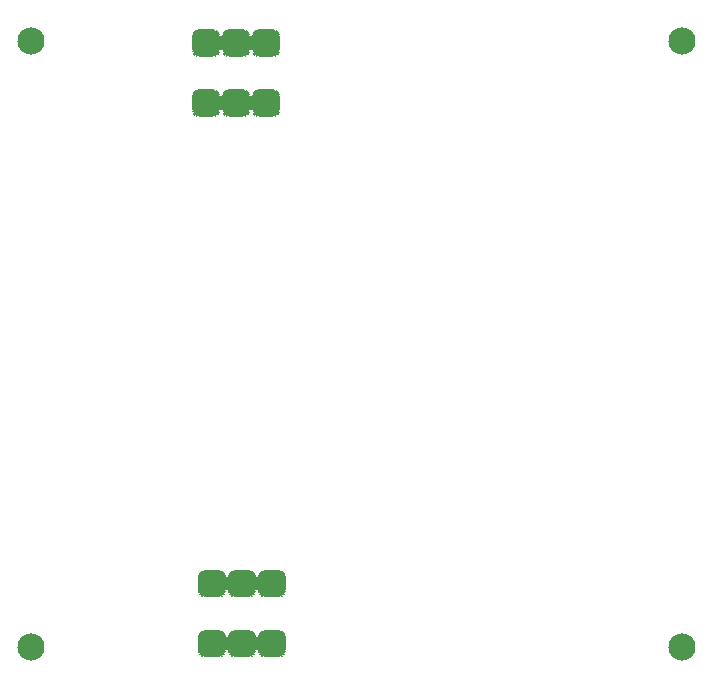
<source format=gbr>
G04 #@! TF.GenerationSoftware,KiCad,Pcbnew,(5.1.10-1-10_14)*
G04 #@! TF.CreationDate,2021-09-30T23:38:58-04:00*
G04 #@! TF.ProjectId,lv_bms_tester_board,6c765f62-6d73-45f7-9465-737465725f62,rev?*
G04 #@! TF.SameCoordinates,Original*
G04 #@! TF.FileFunction,Soldermask,Bot*
G04 #@! TF.FilePolarity,Negative*
%FSLAX46Y46*%
G04 Gerber Fmt 4.6, Leading zero omitted, Abs format (unit mm)*
G04 Created by KiCad (PCBNEW (5.1.10-1-10_14)) date 2021-09-30 23:38:58*
%MOMM*%
%LPD*%
G01*
G04 APERTURE LIST*
%ADD10C,2.302000*%
%ADD11C,0.100000*%
G04 APERTURE END LIST*
D10*
X101600000Y-80010000D03*
X101600000Y-131318000D03*
X156718000Y-131318000D03*
X156718000Y-80010000D03*
G36*
G01*
X115309000Y-85865500D02*
X115309000Y-84714500D01*
G75*
G02*
X115884500Y-84139000I575500J0D01*
G01*
X117035500Y-84139000D01*
G75*
G02*
X117611000Y-84714500I0J-575500D01*
G01*
X117611000Y-85865500D01*
G75*
G02*
X117035500Y-86441000I-575500J0D01*
G01*
X115884500Y-86441000D01*
G75*
G02*
X115309000Y-85865500I0J575500D01*
G01*
G37*
G36*
G01*
X117849000Y-85865500D02*
X117849000Y-84714500D01*
G75*
G02*
X118424500Y-84139000I575500J0D01*
G01*
X119575500Y-84139000D01*
G75*
G02*
X120151000Y-84714500I0J-575500D01*
G01*
X120151000Y-85865500D01*
G75*
G02*
X119575500Y-86441000I-575500J0D01*
G01*
X118424500Y-86441000D01*
G75*
G02*
X117849000Y-85865500I0J575500D01*
G01*
G37*
G36*
G01*
X120389000Y-85865500D02*
X120389000Y-84714500D01*
G75*
G02*
X120964500Y-84139000I575500J0D01*
G01*
X122115500Y-84139000D01*
G75*
G02*
X122691000Y-84714500I0J-575500D01*
G01*
X122691000Y-85865500D01*
G75*
G02*
X122115500Y-86441000I-575500J0D01*
G01*
X120964500Y-86441000D01*
G75*
G02*
X120389000Y-85865500I0J575500D01*
G01*
G37*
G36*
G01*
X120389000Y-80785500D02*
X120389000Y-79634500D01*
G75*
G02*
X120964500Y-79059000I575500J0D01*
G01*
X122115500Y-79059000D01*
G75*
G02*
X122691000Y-79634500I0J-575500D01*
G01*
X122691000Y-80785500D01*
G75*
G02*
X122115500Y-81361000I-575500J0D01*
G01*
X120964500Y-81361000D01*
G75*
G02*
X120389000Y-80785500I0J575500D01*
G01*
G37*
G36*
G01*
X117849000Y-80785500D02*
X117849000Y-79634500D01*
G75*
G02*
X118424500Y-79059000I575500J0D01*
G01*
X119575500Y-79059000D01*
G75*
G02*
X120151000Y-79634500I0J-575500D01*
G01*
X120151000Y-80785500D01*
G75*
G02*
X119575500Y-81361000I-575500J0D01*
G01*
X118424500Y-81361000D01*
G75*
G02*
X117849000Y-80785500I0J575500D01*
G01*
G37*
G36*
G01*
X115309000Y-80785500D02*
X115309000Y-79634500D01*
G75*
G02*
X115884500Y-79059000I575500J0D01*
G01*
X117035500Y-79059000D01*
G75*
G02*
X117611000Y-79634500I0J-575500D01*
G01*
X117611000Y-80785500D01*
G75*
G02*
X117035500Y-81361000I-575500J0D01*
G01*
X115884500Y-81361000D01*
G75*
G02*
X115309000Y-80785500I0J575500D01*
G01*
G37*
G36*
G01*
X115809000Y-131615500D02*
X115809000Y-130464500D01*
G75*
G02*
X116384500Y-129889000I575500J0D01*
G01*
X117535500Y-129889000D01*
G75*
G02*
X118111000Y-130464500I0J-575500D01*
G01*
X118111000Y-131615500D01*
G75*
G02*
X117535500Y-132191000I-575500J0D01*
G01*
X116384500Y-132191000D01*
G75*
G02*
X115809000Y-131615500I0J575500D01*
G01*
G37*
G36*
G01*
X118349000Y-131615500D02*
X118349000Y-130464500D01*
G75*
G02*
X118924500Y-129889000I575500J0D01*
G01*
X120075500Y-129889000D01*
G75*
G02*
X120651000Y-130464500I0J-575500D01*
G01*
X120651000Y-131615500D01*
G75*
G02*
X120075500Y-132191000I-575500J0D01*
G01*
X118924500Y-132191000D01*
G75*
G02*
X118349000Y-131615500I0J575500D01*
G01*
G37*
G36*
G01*
X120889000Y-131615500D02*
X120889000Y-130464500D01*
G75*
G02*
X121464500Y-129889000I575500J0D01*
G01*
X122615500Y-129889000D01*
G75*
G02*
X123191000Y-130464500I0J-575500D01*
G01*
X123191000Y-131615500D01*
G75*
G02*
X122615500Y-132191000I-575500J0D01*
G01*
X121464500Y-132191000D01*
G75*
G02*
X120889000Y-131615500I0J575500D01*
G01*
G37*
G36*
G01*
X120889000Y-126535500D02*
X120889000Y-125384500D01*
G75*
G02*
X121464500Y-124809000I575500J0D01*
G01*
X122615500Y-124809000D01*
G75*
G02*
X123191000Y-125384500I0J-575500D01*
G01*
X123191000Y-126535500D01*
G75*
G02*
X122615500Y-127111000I-575500J0D01*
G01*
X121464500Y-127111000D01*
G75*
G02*
X120889000Y-126535500I0J575500D01*
G01*
G37*
G36*
G01*
X118349000Y-126535500D02*
X118349000Y-125384500D01*
G75*
G02*
X118924500Y-124809000I575500J0D01*
G01*
X120075500Y-124809000D01*
G75*
G02*
X120651000Y-125384500I0J-575500D01*
G01*
X120651000Y-126535500D01*
G75*
G02*
X120075500Y-127111000I-575500J0D01*
G01*
X118924500Y-127111000D01*
G75*
G02*
X118349000Y-126535500I0J575500D01*
G01*
G37*
G36*
G01*
X115809000Y-126535500D02*
X115809000Y-125384500D01*
G75*
G02*
X116384500Y-124809000I575500J0D01*
G01*
X117535500Y-124809000D01*
G75*
G02*
X118111000Y-125384500I0J-575500D01*
G01*
X118111000Y-126535500D01*
G75*
G02*
X117535500Y-127111000I-575500J0D01*
G01*
X116384500Y-127111000D01*
G75*
G02*
X115809000Y-126535500I0J575500D01*
G01*
G37*
D11*
G36*
X117592056Y-129887010D02*
G01*
X117698157Y-129897460D01*
X117698542Y-129897536D01*
X117794669Y-129926696D01*
X117795031Y-129926846D01*
X117883613Y-129974194D01*
X117883939Y-129974412D01*
X117961587Y-130038136D01*
X117961864Y-130038413D01*
X118025588Y-130116061D01*
X118025806Y-130116387D01*
X118073154Y-130204969D01*
X118073304Y-130205331D01*
X118102464Y-130301458D01*
X118102540Y-130301843D01*
X118107583Y-130353042D01*
X118112307Y-130376794D01*
X118121534Y-130399068D01*
X118134929Y-130419116D01*
X118151976Y-130436163D01*
X118172023Y-130449557D01*
X118194297Y-130458784D01*
X118217947Y-130463488D01*
X118242053Y-130463488D01*
X118265703Y-130458784D01*
X118287977Y-130449557D01*
X118308025Y-130436162D01*
X118325072Y-130419115D01*
X118338466Y-130399068D01*
X118347693Y-130376794D01*
X118352417Y-130353042D01*
X118357460Y-130301843D01*
X118357536Y-130301458D01*
X118386696Y-130205331D01*
X118386846Y-130204969D01*
X118434194Y-130116387D01*
X118434412Y-130116061D01*
X118498136Y-130038413D01*
X118498413Y-130038136D01*
X118576061Y-129974412D01*
X118576387Y-129974194D01*
X118664969Y-129926846D01*
X118665331Y-129926696D01*
X118761458Y-129897536D01*
X118761843Y-129897460D01*
X118867944Y-129887010D01*
X118868140Y-129887000D01*
X118924500Y-129887000D01*
X118926232Y-129888000D01*
X118926232Y-129890000D01*
X118924696Y-129890990D01*
X118812621Y-129902028D01*
X118705035Y-129934664D01*
X118605885Y-129987660D01*
X118518981Y-130058981D01*
X118447660Y-130145885D01*
X118394664Y-130245035D01*
X118362028Y-130352621D01*
X118351000Y-130464594D01*
X118351000Y-131615406D01*
X118362028Y-131727379D01*
X118394664Y-131834965D01*
X118447660Y-131934115D01*
X118518981Y-132021019D01*
X118605885Y-132092340D01*
X118705035Y-132145336D01*
X118812621Y-132177972D01*
X118924696Y-132189010D01*
X118926322Y-132190175D01*
X118926126Y-132192165D01*
X118924500Y-132193000D01*
X118868140Y-132193000D01*
X118867944Y-132192990D01*
X118761843Y-132182540D01*
X118761458Y-132182464D01*
X118665331Y-132153304D01*
X118664969Y-132153154D01*
X118576387Y-132105806D01*
X118576061Y-132105588D01*
X118498413Y-132041864D01*
X118498136Y-132041587D01*
X118434412Y-131963939D01*
X118434194Y-131963613D01*
X118386846Y-131875031D01*
X118386696Y-131874669D01*
X118357536Y-131778542D01*
X118357460Y-131778157D01*
X118352417Y-131726958D01*
X118347693Y-131703206D01*
X118338466Y-131680932D01*
X118325071Y-131660884D01*
X118308024Y-131643837D01*
X118287977Y-131630443D01*
X118265703Y-131621216D01*
X118242053Y-131616512D01*
X118217947Y-131616512D01*
X118194297Y-131621216D01*
X118172023Y-131630443D01*
X118151975Y-131643838D01*
X118134928Y-131660885D01*
X118121534Y-131680932D01*
X118112307Y-131703206D01*
X118107583Y-131726958D01*
X118102540Y-131778157D01*
X118102464Y-131778542D01*
X118073304Y-131874669D01*
X118073154Y-131875031D01*
X118025806Y-131963613D01*
X118025588Y-131963939D01*
X117961864Y-132041587D01*
X117961587Y-132041864D01*
X117883939Y-132105588D01*
X117883613Y-132105806D01*
X117795031Y-132153154D01*
X117794669Y-132153304D01*
X117698542Y-132182464D01*
X117698157Y-132182540D01*
X117592056Y-132192990D01*
X117591860Y-132193000D01*
X117535500Y-132193000D01*
X117533768Y-132192000D01*
X117533768Y-132190000D01*
X117535304Y-132189010D01*
X117647379Y-132177972D01*
X117754965Y-132145336D01*
X117854115Y-132092340D01*
X117941019Y-132021019D01*
X118012340Y-131934115D01*
X118065336Y-131834965D01*
X118097972Y-131727379D01*
X118109000Y-131615406D01*
X118109000Y-130464594D01*
X118097972Y-130352621D01*
X118065336Y-130245035D01*
X118012340Y-130145885D01*
X117941019Y-130058981D01*
X117854115Y-129987660D01*
X117754965Y-129934664D01*
X117647379Y-129902028D01*
X117535304Y-129890990D01*
X117533678Y-129889825D01*
X117533874Y-129887835D01*
X117535500Y-129887000D01*
X117591860Y-129887000D01*
X117592056Y-129887010D01*
G37*
G36*
X120132056Y-129887010D02*
G01*
X120238157Y-129897460D01*
X120238542Y-129897536D01*
X120334669Y-129926696D01*
X120335031Y-129926846D01*
X120423613Y-129974194D01*
X120423939Y-129974412D01*
X120501587Y-130038136D01*
X120501864Y-130038413D01*
X120565588Y-130116061D01*
X120565806Y-130116387D01*
X120613154Y-130204969D01*
X120613304Y-130205331D01*
X120642464Y-130301458D01*
X120642540Y-130301843D01*
X120647583Y-130353042D01*
X120652307Y-130376794D01*
X120661534Y-130399068D01*
X120674929Y-130419116D01*
X120691976Y-130436163D01*
X120712023Y-130449557D01*
X120734297Y-130458784D01*
X120757947Y-130463488D01*
X120782053Y-130463488D01*
X120805703Y-130458784D01*
X120827977Y-130449557D01*
X120848025Y-130436162D01*
X120865072Y-130419115D01*
X120878466Y-130399068D01*
X120887693Y-130376794D01*
X120892417Y-130353042D01*
X120897460Y-130301843D01*
X120897536Y-130301458D01*
X120926696Y-130205331D01*
X120926846Y-130204969D01*
X120974194Y-130116387D01*
X120974412Y-130116061D01*
X121038136Y-130038413D01*
X121038413Y-130038136D01*
X121116061Y-129974412D01*
X121116387Y-129974194D01*
X121204969Y-129926846D01*
X121205331Y-129926696D01*
X121301458Y-129897536D01*
X121301843Y-129897460D01*
X121407944Y-129887010D01*
X121408140Y-129887000D01*
X121464500Y-129887000D01*
X121466232Y-129888000D01*
X121466232Y-129890000D01*
X121464696Y-129890990D01*
X121352621Y-129902028D01*
X121245035Y-129934664D01*
X121145885Y-129987660D01*
X121058981Y-130058981D01*
X120987660Y-130145885D01*
X120934664Y-130245035D01*
X120902028Y-130352621D01*
X120891000Y-130464594D01*
X120891000Y-131615406D01*
X120902028Y-131727379D01*
X120934664Y-131834965D01*
X120987660Y-131934115D01*
X121058981Y-132021019D01*
X121145885Y-132092340D01*
X121245035Y-132145336D01*
X121352621Y-132177972D01*
X121464696Y-132189010D01*
X121466322Y-132190175D01*
X121466126Y-132192165D01*
X121464500Y-132193000D01*
X121408140Y-132193000D01*
X121407944Y-132192990D01*
X121301843Y-132182540D01*
X121301458Y-132182464D01*
X121205331Y-132153304D01*
X121204969Y-132153154D01*
X121116387Y-132105806D01*
X121116061Y-132105588D01*
X121038413Y-132041864D01*
X121038136Y-132041587D01*
X120974412Y-131963939D01*
X120974194Y-131963613D01*
X120926846Y-131875031D01*
X120926696Y-131874669D01*
X120897536Y-131778542D01*
X120897460Y-131778157D01*
X120892417Y-131726958D01*
X120887693Y-131703206D01*
X120878466Y-131680932D01*
X120865071Y-131660884D01*
X120848024Y-131643837D01*
X120827977Y-131630443D01*
X120805703Y-131621216D01*
X120782053Y-131616512D01*
X120757947Y-131616512D01*
X120734297Y-131621216D01*
X120712023Y-131630443D01*
X120691975Y-131643838D01*
X120674928Y-131660885D01*
X120661534Y-131680932D01*
X120652307Y-131703206D01*
X120647583Y-131726958D01*
X120642540Y-131778157D01*
X120642464Y-131778542D01*
X120613304Y-131874669D01*
X120613154Y-131875031D01*
X120565806Y-131963613D01*
X120565588Y-131963939D01*
X120501864Y-132041587D01*
X120501587Y-132041864D01*
X120423939Y-132105588D01*
X120423613Y-132105806D01*
X120335031Y-132153154D01*
X120334669Y-132153304D01*
X120238542Y-132182464D01*
X120238157Y-132182540D01*
X120132056Y-132192990D01*
X120131860Y-132193000D01*
X120075500Y-132193000D01*
X120073768Y-132192000D01*
X120073768Y-132190000D01*
X120075304Y-132189010D01*
X120187379Y-132177972D01*
X120294965Y-132145336D01*
X120394115Y-132092340D01*
X120481019Y-132021019D01*
X120552340Y-131934115D01*
X120605336Y-131834965D01*
X120637972Y-131727379D01*
X120649000Y-131615406D01*
X120649000Y-130464594D01*
X120637972Y-130352621D01*
X120605336Y-130245035D01*
X120552340Y-130145885D01*
X120481019Y-130058981D01*
X120394115Y-129987660D01*
X120294965Y-129934664D01*
X120187379Y-129902028D01*
X120075304Y-129890990D01*
X120073678Y-129889825D01*
X120073874Y-129887835D01*
X120075500Y-129887000D01*
X120131860Y-129887000D01*
X120132056Y-129887010D01*
G37*
G36*
X123192165Y-131613874D02*
G01*
X123193000Y-131615500D01*
X123193000Y-131671860D01*
X123192990Y-131672056D01*
X123182540Y-131778157D01*
X123182464Y-131778542D01*
X123153304Y-131874669D01*
X123153154Y-131875031D01*
X123105806Y-131963613D01*
X123105588Y-131963939D01*
X123041864Y-132041587D01*
X123041587Y-132041864D01*
X122963939Y-132105588D01*
X122963613Y-132105806D01*
X122875031Y-132153154D01*
X122874669Y-132153304D01*
X122778542Y-132182464D01*
X122778157Y-132182540D01*
X122672056Y-132192990D01*
X122671860Y-132193000D01*
X122615500Y-132193000D01*
X122613768Y-132192000D01*
X122613768Y-132190000D01*
X122615304Y-132189010D01*
X122727379Y-132177972D01*
X122834965Y-132145336D01*
X122934115Y-132092340D01*
X123021019Y-132021019D01*
X123092340Y-131934115D01*
X123145336Y-131834965D01*
X123177972Y-131727379D01*
X123189010Y-131615304D01*
X123190175Y-131613678D01*
X123192165Y-131613874D01*
G37*
G36*
X115810990Y-131615304D02*
G01*
X115822028Y-131727379D01*
X115854664Y-131834965D01*
X115907660Y-131934115D01*
X115978981Y-132021019D01*
X116065885Y-132092340D01*
X116165035Y-132145336D01*
X116272621Y-132177972D01*
X116384696Y-132189010D01*
X116386322Y-132190175D01*
X116386126Y-132192165D01*
X116384500Y-132193000D01*
X116328140Y-132193000D01*
X116327944Y-132192990D01*
X116221843Y-132182540D01*
X116221458Y-132182464D01*
X116125331Y-132153304D01*
X116124969Y-132153154D01*
X116036387Y-132105806D01*
X116036061Y-132105588D01*
X115958413Y-132041864D01*
X115958136Y-132041587D01*
X115894412Y-131963939D01*
X115894194Y-131963613D01*
X115846846Y-131875031D01*
X115846696Y-131874669D01*
X115817536Y-131778542D01*
X115817460Y-131778157D01*
X115807010Y-131672056D01*
X115807000Y-131671860D01*
X115807000Y-131615500D01*
X115808000Y-131613768D01*
X115810000Y-131613768D01*
X115810990Y-131615304D01*
G37*
G36*
X116386232Y-129888000D02*
G01*
X116386232Y-129890000D01*
X116384696Y-129890990D01*
X116272621Y-129902028D01*
X116165035Y-129934664D01*
X116065885Y-129987660D01*
X115978981Y-130058981D01*
X115907660Y-130145885D01*
X115854664Y-130245035D01*
X115822028Y-130352621D01*
X115810990Y-130464696D01*
X115809825Y-130466322D01*
X115807835Y-130466126D01*
X115807000Y-130464500D01*
X115807000Y-130408140D01*
X115807010Y-130407944D01*
X115817460Y-130301843D01*
X115817536Y-130301458D01*
X115846696Y-130205331D01*
X115846846Y-130204969D01*
X115894194Y-130116387D01*
X115894412Y-130116061D01*
X115958136Y-130038413D01*
X115958413Y-130038136D01*
X116036061Y-129974412D01*
X116036387Y-129974194D01*
X116124969Y-129926846D01*
X116125331Y-129926696D01*
X116221458Y-129897536D01*
X116221843Y-129897460D01*
X116327944Y-129887010D01*
X116328140Y-129887000D01*
X116384500Y-129887000D01*
X116386232Y-129888000D01*
G37*
G36*
X122672056Y-129887010D02*
G01*
X122778157Y-129897460D01*
X122778542Y-129897536D01*
X122874669Y-129926696D01*
X122875031Y-129926846D01*
X122963613Y-129974194D01*
X122963939Y-129974412D01*
X123041587Y-130038136D01*
X123041864Y-130038413D01*
X123105588Y-130116061D01*
X123105806Y-130116387D01*
X123153154Y-130204969D01*
X123153304Y-130205331D01*
X123182464Y-130301458D01*
X123182540Y-130301843D01*
X123192990Y-130407944D01*
X123193000Y-130408140D01*
X123193000Y-130464500D01*
X123192000Y-130466232D01*
X123190000Y-130466232D01*
X123189010Y-130464696D01*
X123177972Y-130352621D01*
X123145336Y-130245035D01*
X123092340Y-130145885D01*
X123021019Y-130058981D01*
X122934115Y-129987660D01*
X122834965Y-129934664D01*
X122727379Y-129902028D01*
X122615304Y-129890990D01*
X122613678Y-129889825D01*
X122613874Y-129887835D01*
X122615500Y-129887000D01*
X122671860Y-129887000D01*
X122672056Y-129887010D01*
G37*
G36*
X117592056Y-124807010D02*
G01*
X117698157Y-124817460D01*
X117698542Y-124817536D01*
X117794669Y-124846696D01*
X117795031Y-124846846D01*
X117883613Y-124894194D01*
X117883939Y-124894412D01*
X117961587Y-124958136D01*
X117961864Y-124958413D01*
X118025588Y-125036061D01*
X118025806Y-125036387D01*
X118073154Y-125124969D01*
X118073304Y-125125331D01*
X118102464Y-125221458D01*
X118102540Y-125221843D01*
X118107583Y-125273042D01*
X118112307Y-125296794D01*
X118121534Y-125319068D01*
X118134929Y-125339116D01*
X118151976Y-125356163D01*
X118172023Y-125369557D01*
X118194297Y-125378784D01*
X118217947Y-125383488D01*
X118242053Y-125383488D01*
X118265703Y-125378784D01*
X118287977Y-125369557D01*
X118308025Y-125356162D01*
X118325072Y-125339115D01*
X118338466Y-125319068D01*
X118347693Y-125296794D01*
X118352417Y-125273042D01*
X118357460Y-125221843D01*
X118357536Y-125221458D01*
X118386696Y-125125331D01*
X118386846Y-125124969D01*
X118434194Y-125036387D01*
X118434412Y-125036061D01*
X118498136Y-124958413D01*
X118498413Y-124958136D01*
X118576061Y-124894412D01*
X118576387Y-124894194D01*
X118664969Y-124846846D01*
X118665331Y-124846696D01*
X118761458Y-124817536D01*
X118761843Y-124817460D01*
X118867944Y-124807010D01*
X118868140Y-124807000D01*
X118924500Y-124807000D01*
X118926232Y-124808000D01*
X118926232Y-124810000D01*
X118924696Y-124810990D01*
X118812621Y-124822028D01*
X118705035Y-124854664D01*
X118605885Y-124907660D01*
X118518981Y-124978981D01*
X118447660Y-125065885D01*
X118394664Y-125165035D01*
X118362028Y-125272621D01*
X118351000Y-125384594D01*
X118351000Y-126535406D01*
X118362028Y-126647379D01*
X118394664Y-126754965D01*
X118447660Y-126854115D01*
X118518981Y-126941019D01*
X118605885Y-127012340D01*
X118705035Y-127065336D01*
X118812621Y-127097972D01*
X118924696Y-127109010D01*
X118926322Y-127110175D01*
X118926126Y-127112165D01*
X118924500Y-127113000D01*
X118868140Y-127113000D01*
X118867944Y-127112990D01*
X118761843Y-127102540D01*
X118761458Y-127102464D01*
X118665331Y-127073304D01*
X118664969Y-127073154D01*
X118576387Y-127025806D01*
X118576061Y-127025588D01*
X118498413Y-126961864D01*
X118498136Y-126961587D01*
X118434412Y-126883939D01*
X118434194Y-126883613D01*
X118386846Y-126795031D01*
X118386696Y-126794669D01*
X118357536Y-126698542D01*
X118357460Y-126698157D01*
X118352417Y-126646958D01*
X118347693Y-126623206D01*
X118338466Y-126600932D01*
X118325071Y-126580884D01*
X118308024Y-126563837D01*
X118287977Y-126550443D01*
X118265703Y-126541216D01*
X118242053Y-126536512D01*
X118217947Y-126536512D01*
X118194297Y-126541216D01*
X118172023Y-126550443D01*
X118151975Y-126563838D01*
X118134928Y-126580885D01*
X118121534Y-126600932D01*
X118112307Y-126623206D01*
X118107583Y-126646958D01*
X118102540Y-126698157D01*
X118102464Y-126698542D01*
X118073304Y-126794669D01*
X118073154Y-126795031D01*
X118025806Y-126883613D01*
X118025588Y-126883939D01*
X117961864Y-126961587D01*
X117961587Y-126961864D01*
X117883939Y-127025588D01*
X117883613Y-127025806D01*
X117795031Y-127073154D01*
X117794669Y-127073304D01*
X117698542Y-127102464D01*
X117698157Y-127102540D01*
X117592056Y-127112990D01*
X117591860Y-127113000D01*
X117535500Y-127113000D01*
X117533768Y-127112000D01*
X117533768Y-127110000D01*
X117535304Y-127109010D01*
X117647379Y-127097972D01*
X117754965Y-127065336D01*
X117854115Y-127012340D01*
X117941019Y-126941019D01*
X118012340Y-126854115D01*
X118065336Y-126754965D01*
X118097972Y-126647379D01*
X118109000Y-126535406D01*
X118109000Y-125384594D01*
X118097972Y-125272621D01*
X118065336Y-125165035D01*
X118012340Y-125065885D01*
X117941019Y-124978981D01*
X117854115Y-124907660D01*
X117754965Y-124854664D01*
X117647379Y-124822028D01*
X117535304Y-124810990D01*
X117533678Y-124809825D01*
X117533874Y-124807835D01*
X117535500Y-124807000D01*
X117591860Y-124807000D01*
X117592056Y-124807010D01*
G37*
G36*
X120132056Y-124807010D02*
G01*
X120238157Y-124817460D01*
X120238542Y-124817536D01*
X120334669Y-124846696D01*
X120335031Y-124846846D01*
X120423613Y-124894194D01*
X120423939Y-124894412D01*
X120501587Y-124958136D01*
X120501864Y-124958413D01*
X120565588Y-125036061D01*
X120565806Y-125036387D01*
X120613154Y-125124969D01*
X120613304Y-125125331D01*
X120642464Y-125221458D01*
X120642540Y-125221843D01*
X120647583Y-125273042D01*
X120652307Y-125296794D01*
X120661534Y-125319068D01*
X120674929Y-125339116D01*
X120691976Y-125356163D01*
X120712023Y-125369557D01*
X120734297Y-125378784D01*
X120757947Y-125383488D01*
X120782053Y-125383488D01*
X120805703Y-125378784D01*
X120827977Y-125369557D01*
X120848025Y-125356162D01*
X120865072Y-125339115D01*
X120878466Y-125319068D01*
X120887693Y-125296794D01*
X120892417Y-125273042D01*
X120897460Y-125221843D01*
X120897536Y-125221458D01*
X120926696Y-125125331D01*
X120926846Y-125124969D01*
X120974194Y-125036387D01*
X120974412Y-125036061D01*
X121038136Y-124958413D01*
X121038413Y-124958136D01*
X121116061Y-124894412D01*
X121116387Y-124894194D01*
X121204969Y-124846846D01*
X121205331Y-124846696D01*
X121301458Y-124817536D01*
X121301843Y-124817460D01*
X121407944Y-124807010D01*
X121408140Y-124807000D01*
X121464500Y-124807000D01*
X121466232Y-124808000D01*
X121466232Y-124810000D01*
X121464696Y-124810990D01*
X121352621Y-124822028D01*
X121245035Y-124854664D01*
X121145885Y-124907660D01*
X121058981Y-124978981D01*
X120987660Y-125065885D01*
X120934664Y-125165035D01*
X120902028Y-125272621D01*
X120891000Y-125384594D01*
X120891000Y-126535406D01*
X120902028Y-126647379D01*
X120934664Y-126754965D01*
X120987660Y-126854115D01*
X121058981Y-126941019D01*
X121145885Y-127012340D01*
X121245035Y-127065336D01*
X121352621Y-127097972D01*
X121464696Y-127109010D01*
X121466322Y-127110175D01*
X121466126Y-127112165D01*
X121464500Y-127113000D01*
X121408140Y-127113000D01*
X121407944Y-127112990D01*
X121301843Y-127102540D01*
X121301458Y-127102464D01*
X121205331Y-127073304D01*
X121204969Y-127073154D01*
X121116387Y-127025806D01*
X121116061Y-127025588D01*
X121038413Y-126961864D01*
X121038136Y-126961587D01*
X120974412Y-126883939D01*
X120974194Y-126883613D01*
X120926846Y-126795031D01*
X120926696Y-126794669D01*
X120897536Y-126698542D01*
X120897460Y-126698157D01*
X120892417Y-126646958D01*
X120887693Y-126623206D01*
X120878466Y-126600932D01*
X120865071Y-126580884D01*
X120848024Y-126563837D01*
X120827977Y-126550443D01*
X120805703Y-126541216D01*
X120782053Y-126536512D01*
X120757947Y-126536512D01*
X120734297Y-126541216D01*
X120712023Y-126550443D01*
X120691975Y-126563838D01*
X120674928Y-126580885D01*
X120661534Y-126600932D01*
X120652307Y-126623206D01*
X120647583Y-126646958D01*
X120642540Y-126698157D01*
X120642464Y-126698542D01*
X120613304Y-126794669D01*
X120613154Y-126795031D01*
X120565806Y-126883613D01*
X120565588Y-126883939D01*
X120501864Y-126961587D01*
X120501587Y-126961864D01*
X120423939Y-127025588D01*
X120423613Y-127025806D01*
X120335031Y-127073154D01*
X120334669Y-127073304D01*
X120238542Y-127102464D01*
X120238157Y-127102540D01*
X120132056Y-127112990D01*
X120131860Y-127113000D01*
X120075500Y-127113000D01*
X120073768Y-127112000D01*
X120073768Y-127110000D01*
X120075304Y-127109010D01*
X120187379Y-127097972D01*
X120294965Y-127065336D01*
X120394115Y-127012340D01*
X120481019Y-126941019D01*
X120552340Y-126854115D01*
X120605336Y-126754965D01*
X120637972Y-126647379D01*
X120649000Y-126535406D01*
X120649000Y-125384594D01*
X120637972Y-125272621D01*
X120605336Y-125165035D01*
X120552340Y-125065885D01*
X120481019Y-124978981D01*
X120394115Y-124907660D01*
X120294965Y-124854664D01*
X120187379Y-124822028D01*
X120075304Y-124810990D01*
X120073678Y-124809825D01*
X120073874Y-124807835D01*
X120075500Y-124807000D01*
X120131860Y-124807000D01*
X120132056Y-124807010D01*
G37*
G36*
X115810990Y-126535304D02*
G01*
X115822028Y-126647379D01*
X115854664Y-126754965D01*
X115907660Y-126854115D01*
X115978981Y-126941019D01*
X116065885Y-127012340D01*
X116165035Y-127065336D01*
X116272621Y-127097972D01*
X116384696Y-127109010D01*
X116386322Y-127110175D01*
X116386126Y-127112165D01*
X116384500Y-127113000D01*
X116328140Y-127113000D01*
X116327944Y-127112990D01*
X116221843Y-127102540D01*
X116221458Y-127102464D01*
X116125331Y-127073304D01*
X116124969Y-127073154D01*
X116036387Y-127025806D01*
X116036061Y-127025588D01*
X115958413Y-126961864D01*
X115958136Y-126961587D01*
X115894412Y-126883939D01*
X115894194Y-126883613D01*
X115846846Y-126795031D01*
X115846696Y-126794669D01*
X115817536Y-126698542D01*
X115817460Y-126698157D01*
X115807010Y-126592056D01*
X115807000Y-126591860D01*
X115807000Y-126535500D01*
X115808000Y-126533768D01*
X115810000Y-126533768D01*
X115810990Y-126535304D01*
G37*
G36*
X123192165Y-126533874D02*
G01*
X123193000Y-126535500D01*
X123193000Y-126591860D01*
X123192990Y-126592056D01*
X123182540Y-126698157D01*
X123182464Y-126698542D01*
X123153304Y-126794669D01*
X123153154Y-126795031D01*
X123105806Y-126883613D01*
X123105588Y-126883939D01*
X123041864Y-126961587D01*
X123041587Y-126961864D01*
X122963939Y-127025588D01*
X122963613Y-127025806D01*
X122875031Y-127073154D01*
X122874669Y-127073304D01*
X122778542Y-127102464D01*
X122778157Y-127102540D01*
X122672056Y-127112990D01*
X122671860Y-127113000D01*
X122615500Y-127113000D01*
X122613768Y-127112000D01*
X122613768Y-127110000D01*
X122615304Y-127109010D01*
X122727379Y-127097972D01*
X122834965Y-127065336D01*
X122934115Y-127012340D01*
X123021019Y-126941019D01*
X123092340Y-126854115D01*
X123145336Y-126754965D01*
X123177972Y-126647379D01*
X123189010Y-126535304D01*
X123190175Y-126533678D01*
X123192165Y-126533874D01*
G37*
G36*
X116386232Y-124808000D02*
G01*
X116386232Y-124810000D01*
X116384696Y-124810990D01*
X116272621Y-124822028D01*
X116165035Y-124854664D01*
X116065885Y-124907660D01*
X115978981Y-124978981D01*
X115907660Y-125065885D01*
X115854664Y-125165035D01*
X115822028Y-125272621D01*
X115810990Y-125384696D01*
X115809825Y-125386322D01*
X115807835Y-125386126D01*
X115807000Y-125384500D01*
X115807000Y-125328140D01*
X115807010Y-125327944D01*
X115817460Y-125221843D01*
X115817536Y-125221458D01*
X115846696Y-125125331D01*
X115846846Y-125124969D01*
X115894194Y-125036387D01*
X115894412Y-125036061D01*
X115958136Y-124958413D01*
X115958413Y-124958136D01*
X116036061Y-124894412D01*
X116036387Y-124894194D01*
X116124969Y-124846846D01*
X116125331Y-124846696D01*
X116221458Y-124817536D01*
X116221843Y-124817460D01*
X116327944Y-124807010D01*
X116328140Y-124807000D01*
X116384500Y-124807000D01*
X116386232Y-124808000D01*
G37*
G36*
X122672056Y-124807010D02*
G01*
X122778157Y-124817460D01*
X122778542Y-124817536D01*
X122874669Y-124846696D01*
X122875031Y-124846846D01*
X122963613Y-124894194D01*
X122963939Y-124894412D01*
X123041587Y-124958136D01*
X123041864Y-124958413D01*
X123105588Y-125036061D01*
X123105806Y-125036387D01*
X123153154Y-125124969D01*
X123153304Y-125125331D01*
X123182464Y-125221458D01*
X123182540Y-125221843D01*
X123192990Y-125327944D01*
X123193000Y-125328140D01*
X123193000Y-125384500D01*
X123192000Y-125386232D01*
X123190000Y-125386232D01*
X123189010Y-125384696D01*
X123177972Y-125272621D01*
X123145336Y-125165035D01*
X123092340Y-125065885D01*
X123021019Y-124978981D01*
X122934115Y-124907660D01*
X122834965Y-124854664D01*
X122727379Y-124822028D01*
X122615304Y-124810990D01*
X122613678Y-124809825D01*
X122613874Y-124807835D01*
X122615500Y-124807000D01*
X122671860Y-124807000D01*
X122672056Y-124807010D01*
G37*
G36*
X119632056Y-84137010D02*
G01*
X119738157Y-84147460D01*
X119738542Y-84147536D01*
X119834669Y-84176696D01*
X119835031Y-84176846D01*
X119923613Y-84224194D01*
X119923939Y-84224412D01*
X120001587Y-84288136D01*
X120001864Y-84288413D01*
X120065588Y-84366061D01*
X120065806Y-84366387D01*
X120113154Y-84454969D01*
X120113304Y-84455331D01*
X120142464Y-84551458D01*
X120142540Y-84551843D01*
X120147583Y-84603042D01*
X120152307Y-84626794D01*
X120161534Y-84649068D01*
X120174929Y-84669116D01*
X120191976Y-84686163D01*
X120212023Y-84699557D01*
X120234297Y-84708784D01*
X120257947Y-84713488D01*
X120282053Y-84713488D01*
X120305703Y-84708784D01*
X120327977Y-84699557D01*
X120348025Y-84686162D01*
X120365072Y-84669115D01*
X120378466Y-84649068D01*
X120387693Y-84626794D01*
X120392417Y-84603042D01*
X120397460Y-84551843D01*
X120397536Y-84551458D01*
X120426696Y-84455331D01*
X120426846Y-84454969D01*
X120474194Y-84366387D01*
X120474412Y-84366061D01*
X120538136Y-84288413D01*
X120538413Y-84288136D01*
X120616061Y-84224412D01*
X120616387Y-84224194D01*
X120704969Y-84176846D01*
X120705331Y-84176696D01*
X120801458Y-84147536D01*
X120801843Y-84147460D01*
X120907944Y-84137010D01*
X120908140Y-84137000D01*
X120964500Y-84137000D01*
X120966232Y-84138000D01*
X120966232Y-84140000D01*
X120964696Y-84140990D01*
X120852621Y-84152028D01*
X120745035Y-84184664D01*
X120645885Y-84237660D01*
X120558981Y-84308981D01*
X120487660Y-84395885D01*
X120434664Y-84495035D01*
X120402028Y-84602621D01*
X120391000Y-84714594D01*
X120391000Y-85865406D01*
X120402028Y-85977379D01*
X120434664Y-86084965D01*
X120487660Y-86184115D01*
X120558981Y-86271019D01*
X120645885Y-86342340D01*
X120745035Y-86395336D01*
X120852621Y-86427972D01*
X120964696Y-86439010D01*
X120966322Y-86440175D01*
X120966126Y-86442165D01*
X120964500Y-86443000D01*
X120908140Y-86443000D01*
X120907944Y-86442990D01*
X120801843Y-86432540D01*
X120801458Y-86432464D01*
X120705331Y-86403304D01*
X120704969Y-86403154D01*
X120616387Y-86355806D01*
X120616061Y-86355588D01*
X120538413Y-86291864D01*
X120538136Y-86291587D01*
X120474412Y-86213939D01*
X120474194Y-86213613D01*
X120426846Y-86125031D01*
X120426696Y-86124669D01*
X120397536Y-86028542D01*
X120397460Y-86028157D01*
X120392417Y-85976958D01*
X120387693Y-85953206D01*
X120378466Y-85930932D01*
X120365071Y-85910884D01*
X120348024Y-85893837D01*
X120327977Y-85880443D01*
X120305703Y-85871216D01*
X120282053Y-85866512D01*
X120257947Y-85866512D01*
X120234297Y-85871216D01*
X120212023Y-85880443D01*
X120191975Y-85893838D01*
X120174928Y-85910885D01*
X120161534Y-85930932D01*
X120152307Y-85953206D01*
X120147583Y-85976958D01*
X120142540Y-86028157D01*
X120142464Y-86028542D01*
X120113304Y-86124669D01*
X120113154Y-86125031D01*
X120065806Y-86213613D01*
X120065588Y-86213939D01*
X120001864Y-86291587D01*
X120001587Y-86291864D01*
X119923939Y-86355588D01*
X119923613Y-86355806D01*
X119835031Y-86403154D01*
X119834669Y-86403304D01*
X119738542Y-86432464D01*
X119738157Y-86432540D01*
X119632056Y-86442990D01*
X119631860Y-86443000D01*
X119575500Y-86443000D01*
X119573768Y-86442000D01*
X119573768Y-86440000D01*
X119575304Y-86439010D01*
X119687379Y-86427972D01*
X119794965Y-86395336D01*
X119894115Y-86342340D01*
X119981019Y-86271019D01*
X120052340Y-86184115D01*
X120105336Y-86084965D01*
X120137972Y-85977379D01*
X120149000Y-85865406D01*
X120149000Y-84714594D01*
X120137972Y-84602621D01*
X120105336Y-84495035D01*
X120052340Y-84395885D01*
X119981019Y-84308981D01*
X119894115Y-84237660D01*
X119794965Y-84184664D01*
X119687379Y-84152028D01*
X119575304Y-84140990D01*
X119573678Y-84139825D01*
X119573874Y-84137835D01*
X119575500Y-84137000D01*
X119631860Y-84137000D01*
X119632056Y-84137010D01*
G37*
G36*
X115310990Y-85865304D02*
G01*
X115322028Y-85977379D01*
X115354664Y-86084965D01*
X115407660Y-86184115D01*
X115478981Y-86271019D01*
X115565885Y-86342340D01*
X115665035Y-86395336D01*
X115772621Y-86427972D01*
X115884696Y-86439010D01*
X115886322Y-86440175D01*
X115886126Y-86442165D01*
X115884500Y-86443000D01*
X115828140Y-86443000D01*
X115827944Y-86442990D01*
X115721843Y-86432540D01*
X115721458Y-86432464D01*
X115625331Y-86403304D01*
X115624969Y-86403154D01*
X115536387Y-86355806D01*
X115536061Y-86355588D01*
X115458413Y-86291864D01*
X115458136Y-86291587D01*
X115394412Y-86213939D01*
X115394194Y-86213613D01*
X115346846Y-86125031D01*
X115346696Y-86124669D01*
X115317536Y-86028542D01*
X115317460Y-86028157D01*
X115307010Y-85922056D01*
X115307000Y-85921860D01*
X115307000Y-85865500D01*
X115308000Y-85863768D01*
X115310000Y-85863768D01*
X115310990Y-85865304D01*
G37*
G36*
X122692165Y-85863874D02*
G01*
X122693000Y-85865500D01*
X122693000Y-85921860D01*
X122692990Y-85922056D01*
X122682540Y-86028157D01*
X122682464Y-86028542D01*
X122653304Y-86124669D01*
X122653154Y-86125031D01*
X122605806Y-86213613D01*
X122605588Y-86213939D01*
X122541864Y-86291587D01*
X122541587Y-86291864D01*
X122463939Y-86355588D01*
X122463613Y-86355806D01*
X122375031Y-86403154D01*
X122374669Y-86403304D01*
X122278542Y-86432464D01*
X122278157Y-86432540D01*
X122172056Y-86442990D01*
X122171860Y-86443000D01*
X122115500Y-86443000D01*
X122113768Y-86442000D01*
X122113768Y-86440000D01*
X122115304Y-86439010D01*
X122227379Y-86427972D01*
X122334965Y-86395336D01*
X122434115Y-86342340D01*
X122521019Y-86271019D01*
X122592340Y-86184115D01*
X122645336Y-86084965D01*
X122677972Y-85977379D01*
X122689010Y-85865304D01*
X122690175Y-85863678D01*
X122692165Y-85863874D01*
G37*
G36*
X117092056Y-84137010D02*
G01*
X117198157Y-84147460D01*
X117198542Y-84147536D01*
X117294669Y-84176696D01*
X117295031Y-84176846D01*
X117383613Y-84224194D01*
X117383939Y-84224412D01*
X117461587Y-84288136D01*
X117461864Y-84288413D01*
X117525588Y-84366061D01*
X117525806Y-84366387D01*
X117573154Y-84454969D01*
X117573304Y-84455331D01*
X117602464Y-84551458D01*
X117602540Y-84551843D01*
X117607583Y-84603042D01*
X117612307Y-84626794D01*
X117621534Y-84649068D01*
X117634929Y-84669116D01*
X117651976Y-84686163D01*
X117672023Y-84699557D01*
X117694297Y-84708784D01*
X117717947Y-84713488D01*
X117742053Y-84713488D01*
X117765703Y-84708784D01*
X117787977Y-84699557D01*
X117808025Y-84686162D01*
X117825072Y-84669115D01*
X117838466Y-84649068D01*
X117847693Y-84626794D01*
X117852417Y-84603042D01*
X117857460Y-84551843D01*
X117857536Y-84551458D01*
X117886696Y-84455331D01*
X117886846Y-84454969D01*
X117934194Y-84366387D01*
X117934412Y-84366061D01*
X117998136Y-84288413D01*
X117998413Y-84288136D01*
X118076061Y-84224412D01*
X118076387Y-84224194D01*
X118164969Y-84176846D01*
X118165331Y-84176696D01*
X118261458Y-84147536D01*
X118261843Y-84147460D01*
X118367944Y-84137010D01*
X118368140Y-84137000D01*
X118424500Y-84137000D01*
X118426232Y-84138000D01*
X118426232Y-84140000D01*
X118424696Y-84140990D01*
X118312621Y-84152028D01*
X118205035Y-84184664D01*
X118105885Y-84237660D01*
X118018981Y-84308981D01*
X117947660Y-84395885D01*
X117894664Y-84495035D01*
X117862028Y-84602621D01*
X117851000Y-84714594D01*
X117851000Y-85865406D01*
X117862028Y-85977379D01*
X117894664Y-86084965D01*
X117947660Y-86184115D01*
X118018981Y-86271019D01*
X118105885Y-86342340D01*
X118205035Y-86395336D01*
X118312621Y-86427972D01*
X118424696Y-86439010D01*
X118426322Y-86440175D01*
X118426126Y-86442165D01*
X118424500Y-86443000D01*
X118368140Y-86443000D01*
X118367944Y-86442990D01*
X118261843Y-86432540D01*
X118261458Y-86432464D01*
X118165331Y-86403304D01*
X118164969Y-86403154D01*
X118076387Y-86355806D01*
X118076061Y-86355588D01*
X117998413Y-86291864D01*
X117998136Y-86291587D01*
X117934412Y-86213939D01*
X117934194Y-86213613D01*
X117886846Y-86125031D01*
X117886696Y-86124669D01*
X117857536Y-86028542D01*
X117857460Y-86028157D01*
X117852417Y-85976958D01*
X117847693Y-85953206D01*
X117838466Y-85930932D01*
X117825071Y-85910884D01*
X117808024Y-85893837D01*
X117787977Y-85880443D01*
X117765703Y-85871216D01*
X117742053Y-85866512D01*
X117717947Y-85866512D01*
X117694297Y-85871216D01*
X117672023Y-85880443D01*
X117651975Y-85893838D01*
X117634928Y-85910885D01*
X117621534Y-85930932D01*
X117612307Y-85953206D01*
X117607583Y-85976958D01*
X117602540Y-86028157D01*
X117602464Y-86028542D01*
X117573304Y-86124669D01*
X117573154Y-86125031D01*
X117525806Y-86213613D01*
X117525588Y-86213939D01*
X117461864Y-86291587D01*
X117461587Y-86291864D01*
X117383939Y-86355588D01*
X117383613Y-86355806D01*
X117295031Y-86403154D01*
X117294669Y-86403304D01*
X117198542Y-86432464D01*
X117198157Y-86432540D01*
X117092056Y-86442990D01*
X117091860Y-86443000D01*
X117035500Y-86443000D01*
X117033768Y-86442000D01*
X117033768Y-86440000D01*
X117035304Y-86439010D01*
X117147379Y-86427972D01*
X117254965Y-86395336D01*
X117354115Y-86342340D01*
X117441019Y-86271019D01*
X117512340Y-86184115D01*
X117565336Y-86084965D01*
X117597972Y-85977379D01*
X117609000Y-85865406D01*
X117609000Y-84714594D01*
X117597972Y-84602621D01*
X117565336Y-84495035D01*
X117512340Y-84395885D01*
X117441019Y-84308981D01*
X117354115Y-84237660D01*
X117254965Y-84184664D01*
X117147379Y-84152028D01*
X117035304Y-84140990D01*
X117033678Y-84139825D01*
X117033874Y-84137835D01*
X117035500Y-84137000D01*
X117091860Y-84137000D01*
X117092056Y-84137010D01*
G37*
G36*
X115886232Y-84138000D02*
G01*
X115886232Y-84140000D01*
X115884696Y-84140990D01*
X115772621Y-84152028D01*
X115665035Y-84184664D01*
X115565885Y-84237660D01*
X115478981Y-84308981D01*
X115407660Y-84395885D01*
X115354664Y-84495035D01*
X115322028Y-84602621D01*
X115310990Y-84714696D01*
X115309825Y-84716322D01*
X115307835Y-84716126D01*
X115307000Y-84714500D01*
X115307000Y-84658140D01*
X115307010Y-84657944D01*
X115317460Y-84551843D01*
X115317536Y-84551458D01*
X115346696Y-84455331D01*
X115346846Y-84454969D01*
X115394194Y-84366387D01*
X115394412Y-84366061D01*
X115458136Y-84288413D01*
X115458413Y-84288136D01*
X115536061Y-84224412D01*
X115536387Y-84224194D01*
X115624969Y-84176846D01*
X115625331Y-84176696D01*
X115721458Y-84147536D01*
X115721843Y-84147460D01*
X115827944Y-84137010D01*
X115828140Y-84137000D01*
X115884500Y-84137000D01*
X115886232Y-84138000D01*
G37*
G36*
X122172056Y-84137010D02*
G01*
X122278157Y-84147460D01*
X122278542Y-84147536D01*
X122374669Y-84176696D01*
X122375031Y-84176846D01*
X122463613Y-84224194D01*
X122463939Y-84224412D01*
X122541587Y-84288136D01*
X122541864Y-84288413D01*
X122605588Y-84366061D01*
X122605806Y-84366387D01*
X122653154Y-84454969D01*
X122653304Y-84455331D01*
X122682464Y-84551458D01*
X122682540Y-84551843D01*
X122692990Y-84657944D01*
X122693000Y-84658140D01*
X122693000Y-84714500D01*
X122692000Y-84716232D01*
X122690000Y-84716232D01*
X122689010Y-84714696D01*
X122677972Y-84602621D01*
X122645336Y-84495035D01*
X122592340Y-84395885D01*
X122521019Y-84308981D01*
X122434115Y-84237660D01*
X122334965Y-84184664D01*
X122227379Y-84152028D01*
X122115304Y-84140990D01*
X122113678Y-84139825D01*
X122113874Y-84137835D01*
X122115500Y-84137000D01*
X122171860Y-84137000D01*
X122172056Y-84137010D01*
G37*
G36*
X117092056Y-79057010D02*
G01*
X117198157Y-79067460D01*
X117198542Y-79067536D01*
X117294669Y-79096696D01*
X117295031Y-79096846D01*
X117383613Y-79144194D01*
X117383939Y-79144412D01*
X117461587Y-79208136D01*
X117461864Y-79208413D01*
X117525588Y-79286061D01*
X117525806Y-79286387D01*
X117573154Y-79374969D01*
X117573304Y-79375331D01*
X117602464Y-79471458D01*
X117602540Y-79471843D01*
X117607583Y-79523042D01*
X117612307Y-79546794D01*
X117621534Y-79569068D01*
X117634929Y-79589116D01*
X117651976Y-79606163D01*
X117672023Y-79619557D01*
X117694297Y-79628784D01*
X117717947Y-79633488D01*
X117742053Y-79633488D01*
X117765703Y-79628784D01*
X117787977Y-79619557D01*
X117808025Y-79606162D01*
X117825072Y-79589115D01*
X117838466Y-79569068D01*
X117847693Y-79546794D01*
X117852417Y-79523042D01*
X117857460Y-79471843D01*
X117857536Y-79471458D01*
X117886696Y-79375331D01*
X117886846Y-79374969D01*
X117934194Y-79286387D01*
X117934412Y-79286061D01*
X117998136Y-79208413D01*
X117998413Y-79208136D01*
X118076061Y-79144412D01*
X118076387Y-79144194D01*
X118164969Y-79096846D01*
X118165331Y-79096696D01*
X118261458Y-79067536D01*
X118261843Y-79067460D01*
X118367944Y-79057010D01*
X118368140Y-79057000D01*
X118424500Y-79057000D01*
X118426232Y-79058000D01*
X118426232Y-79060000D01*
X118424696Y-79060990D01*
X118312621Y-79072028D01*
X118205035Y-79104664D01*
X118105885Y-79157660D01*
X118018981Y-79228981D01*
X117947660Y-79315885D01*
X117894664Y-79415035D01*
X117862028Y-79522621D01*
X117851000Y-79634594D01*
X117851000Y-80785406D01*
X117862028Y-80897379D01*
X117894664Y-81004965D01*
X117947660Y-81104115D01*
X118018981Y-81191019D01*
X118105885Y-81262340D01*
X118205035Y-81315336D01*
X118312621Y-81347972D01*
X118424696Y-81359010D01*
X118426322Y-81360175D01*
X118426126Y-81362165D01*
X118424500Y-81363000D01*
X118368140Y-81363000D01*
X118367944Y-81362990D01*
X118261843Y-81352540D01*
X118261458Y-81352464D01*
X118165331Y-81323304D01*
X118164969Y-81323154D01*
X118076387Y-81275806D01*
X118076061Y-81275588D01*
X117998413Y-81211864D01*
X117998136Y-81211587D01*
X117934412Y-81133939D01*
X117934194Y-81133613D01*
X117886846Y-81045031D01*
X117886696Y-81044669D01*
X117857536Y-80948542D01*
X117857460Y-80948157D01*
X117852417Y-80896958D01*
X117847693Y-80873206D01*
X117838466Y-80850932D01*
X117825071Y-80830884D01*
X117808024Y-80813837D01*
X117787977Y-80800443D01*
X117765703Y-80791216D01*
X117742053Y-80786512D01*
X117717947Y-80786512D01*
X117694297Y-80791216D01*
X117672023Y-80800443D01*
X117651975Y-80813838D01*
X117634928Y-80830885D01*
X117621534Y-80850932D01*
X117612307Y-80873206D01*
X117607583Y-80896958D01*
X117602540Y-80948157D01*
X117602464Y-80948542D01*
X117573304Y-81044669D01*
X117573154Y-81045031D01*
X117525806Y-81133613D01*
X117525588Y-81133939D01*
X117461864Y-81211587D01*
X117461587Y-81211864D01*
X117383939Y-81275588D01*
X117383613Y-81275806D01*
X117295031Y-81323154D01*
X117294669Y-81323304D01*
X117198542Y-81352464D01*
X117198157Y-81352540D01*
X117092056Y-81362990D01*
X117091860Y-81363000D01*
X117035500Y-81363000D01*
X117033768Y-81362000D01*
X117033768Y-81360000D01*
X117035304Y-81359010D01*
X117147379Y-81347972D01*
X117254965Y-81315336D01*
X117354115Y-81262340D01*
X117441019Y-81191019D01*
X117512340Y-81104115D01*
X117565336Y-81004965D01*
X117597972Y-80897379D01*
X117609000Y-80785406D01*
X117609000Y-79634594D01*
X117597972Y-79522621D01*
X117565336Y-79415035D01*
X117512340Y-79315885D01*
X117441019Y-79228981D01*
X117354115Y-79157660D01*
X117254965Y-79104664D01*
X117147379Y-79072028D01*
X117035304Y-79060990D01*
X117033678Y-79059825D01*
X117033874Y-79057835D01*
X117035500Y-79057000D01*
X117091860Y-79057000D01*
X117092056Y-79057010D01*
G37*
G36*
X119632056Y-79057010D02*
G01*
X119738157Y-79067460D01*
X119738542Y-79067536D01*
X119834669Y-79096696D01*
X119835031Y-79096846D01*
X119923613Y-79144194D01*
X119923939Y-79144412D01*
X120001587Y-79208136D01*
X120001864Y-79208413D01*
X120065588Y-79286061D01*
X120065806Y-79286387D01*
X120113154Y-79374969D01*
X120113304Y-79375331D01*
X120142464Y-79471458D01*
X120142540Y-79471843D01*
X120147583Y-79523042D01*
X120152307Y-79546794D01*
X120161534Y-79569068D01*
X120174929Y-79589116D01*
X120191976Y-79606163D01*
X120212023Y-79619557D01*
X120234297Y-79628784D01*
X120257947Y-79633488D01*
X120282053Y-79633488D01*
X120305703Y-79628784D01*
X120327977Y-79619557D01*
X120348025Y-79606162D01*
X120365072Y-79589115D01*
X120378466Y-79569068D01*
X120387693Y-79546794D01*
X120392417Y-79523042D01*
X120397460Y-79471843D01*
X120397536Y-79471458D01*
X120426696Y-79375331D01*
X120426846Y-79374969D01*
X120474194Y-79286387D01*
X120474412Y-79286061D01*
X120538136Y-79208413D01*
X120538413Y-79208136D01*
X120616061Y-79144412D01*
X120616387Y-79144194D01*
X120704969Y-79096846D01*
X120705331Y-79096696D01*
X120801458Y-79067536D01*
X120801843Y-79067460D01*
X120907944Y-79057010D01*
X120908140Y-79057000D01*
X120964500Y-79057000D01*
X120966232Y-79058000D01*
X120966232Y-79060000D01*
X120964696Y-79060990D01*
X120852621Y-79072028D01*
X120745035Y-79104664D01*
X120645885Y-79157660D01*
X120558981Y-79228981D01*
X120487660Y-79315885D01*
X120434664Y-79415035D01*
X120402028Y-79522621D01*
X120391000Y-79634594D01*
X120391000Y-80785406D01*
X120402028Y-80897379D01*
X120434664Y-81004965D01*
X120487660Y-81104115D01*
X120558981Y-81191019D01*
X120645885Y-81262340D01*
X120745035Y-81315336D01*
X120852621Y-81347972D01*
X120964696Y-81359010D01*
X120966322Y-81360175D01*
X120966126Y-81362165D01*
X120964500Y-81363000D01*
X120908140Y-81363000D01*
X120907944Y-81362990D01*
X120801843Y-81352540D01*
X120801458Y-81352464D01*
X120705331Y-81323304D01*
X120704969Y-81323154D01*
X120616387Y-81275806D01*
X120616061Y-81275588D01*
X120538413Y-81211864D01*
X120538136Y-81211587D01*
X120474412Y-81133939D01*
X120474194Y-81133613D01*
X120426846Y-81045031D01*
X120426696Y-81044669D01*
X120397536Y-80948542D01*
X120397460Y-80948157D01*
X120392417Y-80896958D01*
X120387693Y-80873206D01*
X120378466Y-80850932D01*
X120365071Y-80830884D01*
X120348024Y-80813837D01*
X120327977Y-80800443D01*
X120305703Y-80791216D01*
X120282053Y-80786512D01*
X120257947Y-80786512D01*
X120234297Y-80791216D01*
X120212023Y-80800443D01*
X120191975Y-80813838D01*
X120174928Y-80830885D01*
X120161534Y-80850932D01*
X120152307Y-80873206D01*
X120147583Y-80896958D01*
X120142540Y-80948157D01*
X120142464Y-80948542D01*
X120113304Y-81044669D01*
X120113154Y-81045031D01*
X120065806Y-81133613D01*
X120065588Y-81133939D01*
X120001864Y-81211587D01*
X120001587Y-81211864D01*
X119923939Y-81275588D01*
X119923613Y-81275806D01*
X119835031Y-81323154D01*
X119834669Y-81323304D01*
X119738542Y-81352464D01*
X119738157Y-81352540D01*
X119632056Y-81362990D01*
X119631860Y-81363000D01*
X119575500Y-81363000D01*
X119573768Y-81362000D01*
X119573768Y-81360000D01*
X119575304Y-81359010D01*
X119687379Y-81347972D01*
X119794965Y-81315336D01*
X119894115Y-81262340D01*
X119981019Y-81191019D01*
X120052340Y-81104115D01*
X120105336Y-81004965D01*
X120137972Y-80897379D01*
X120149000Y-80785406D01*
X120149000Y-79634594D01*
X120137972Y-79522621D01*
X120105336Y-79415035D01*
X120052340Y-79315885D01*
X119981019Y-79228981D01*
X119894115Y-79157660D01*
X119794965Y-79104664D01*
X119687379Y-79072028D01*
X119575304Y-79060990D01*
X119573678Y-79059825D01*
X119573874Y-79057835D01*
X119575500Y-79057000D01*
X119631860Y-79057000D01*
X119632056Y-79057010D01*
G37*
G36*
X115310990Y-80785304D02*
G01*
X115322028Y-80897379D01*
X115354664Y-81004965D01*
X115407660Y-81104115D01*
X115478981Y-81191019D01*
X115565885Y-81262340D01*
X115665035Y-81315336D01*
X115772621Y-81347972D01*
X115884696Y-81359010D01*
X115886322Y-81360175D01*
X115886126Y-81362165D01*
X115884500Y-81363000D01*
X115828140Y-81363000D01*
X115827944Y-81362990D01*
X115721843Y-81352540D01*
X115721458Y-81352464D01*
X115625331Y-81323304D01*
X115624969Y-81323154D01*
X115536387Y-81275806D01*
X115536061Y-81275588D01*
X115458413Y-81211864D01*
X115458136Y-81211587D01*
X115394412Y-81133939D01*
X115394194Y-81133613D01*
X115346846Y-81045031D01*
X115346696Y-81044669D01*
X115317536Y-80948542D01*
X115317460Y-80948157D01*
X115307010Y-80842056D01*
X115307000Y-80841860D01*
X115307000Y-80785500D01*
X115308000Y-80783768D01*
X115310000Y-80783768D01*
X115310990Y-80785304D01*
G37*
G36*
X122692165Y-80783874D02*
G01*
X122693000Y-80785500D01*
X122693000Y-80841860D01*
X122692990Y-80842056D01*
X122682540Y-80948157D01*
X122682464Y-80948542D01*
X122653304Y-81044669D01*
X122653154Y-81045031D01*
X122605806Y-81133613D01*
X122605588Y-81133939D01*
X122541864Y-81211587D01*
X122541587Y-81211864D01*
X122463939Y-81275588D01*
X122463613Y-81275806D01*
X122375031Y-81323154D01*
X122374669Y-81323304D01*
X122278542Y-81352464D01*
X122278157Y-81352540D01*
X122172056Y-81362990D01*
X122171860Y-81363000D01*
X122115500Y-81363000D01*
X122113768Y-81362000D01*
X122113768Y-81360000D01*
X122115304Y-81359010D01*
X122227379Y-81347972D01*
X122334965Y-81315336D01*
X122434115Y-81262340D01*
X122521019Y-81191019D01*
X122592340Y-81104115D01*
X122645336Y-81004965D01*
X122677972Y-80897379D01*
X122689010Y-80785304D01*
X122690175Y-80783678D01*
X122692165Y-80783874D01*
G37*
G36*
X115886232Y-79058000D02*
G01*
X115886232Y-79060000D01*
X115884696Y-79060990D01*
X115772621Y-79072028D01*
X115665035Y-79104664D01*
X115565885Y-79157660D01*
X115478981Y-79228981D01*
X115407660Y-79315885D01*
X115354664Y-79415035D01*
X115322028Y-79522621D01*
X115310990Y-79634696D01*
X115309825Y-79636322D01*
X115307835Y-79636126D01*
X115307000Y-79634500D01*
X115307000Y-79578140D01*
X115307010Y-79577944D01*
X115317460Y-79471843D01*
X115317536Y-79471458D01*
X115346696Y-79375331D01*
X115346846Y-79374969D01*
X115394194Y-79286387D01*
X115394412Y-79286061D01*
X115458136Y-79208413D01*
X115458413Y-79208136D01*
X115536061Y-79144412D01*
X115536387Y-79144194D01*
X115624969Y-79096846D01*
X115625331Y-79096696D01*
X115721458Y-79067536D01*
X115721843Y-79067460D01*
X115827944Y-79057010D01*
X115828140Y-79057000D01*
X115884500Y-79057000D01*
X115886232Y-79058000D01*
G37*
G36*
X122172056Y-79057010D02*
G01*
X122278157Y-79067460D01*
X122278542Y-79067536D01*
X122374669Y-79096696D01*
X122375031Y-79096846D01*
X122463613Y-79144194D01*
X122463939Y-79144412D01*
X122541587Y-79208136D01*
X122541864Y-79208413D01*
X122605588Y-79286061D01*
X122605806Y-79286387D01*
X122653154Y-79374969D01*
X122653304Y-79375331D01*
X122682464Y-79471458D01*
X122682540Y-79471843D01*
X122692990Y-79577944D01*
X122693000Y-79578140D01*
X122693000Y-79634500D01*
X122692000Y-79636232D01*
X122690000Y-79636232D01*
X122689010Y-79634696D01*
X122677972Y-79522621D01*
X122645336Y-79415035D01*
X122592340Y-79315885D01*
X122521019Y-79228981D01*
X122434115Y-79157660D01*
X122334965Y-79104664D01*
X122227379Y-79072028D01*
X122115304Y-79060990D01*
X122113678Y-79059825D01*
X122113874Y-79057835D01*
X122115500Y-79057000D01*
X122171860Y-79057000D01*
X122172056Y-79057010D01*
G37*
M02*

</source>
